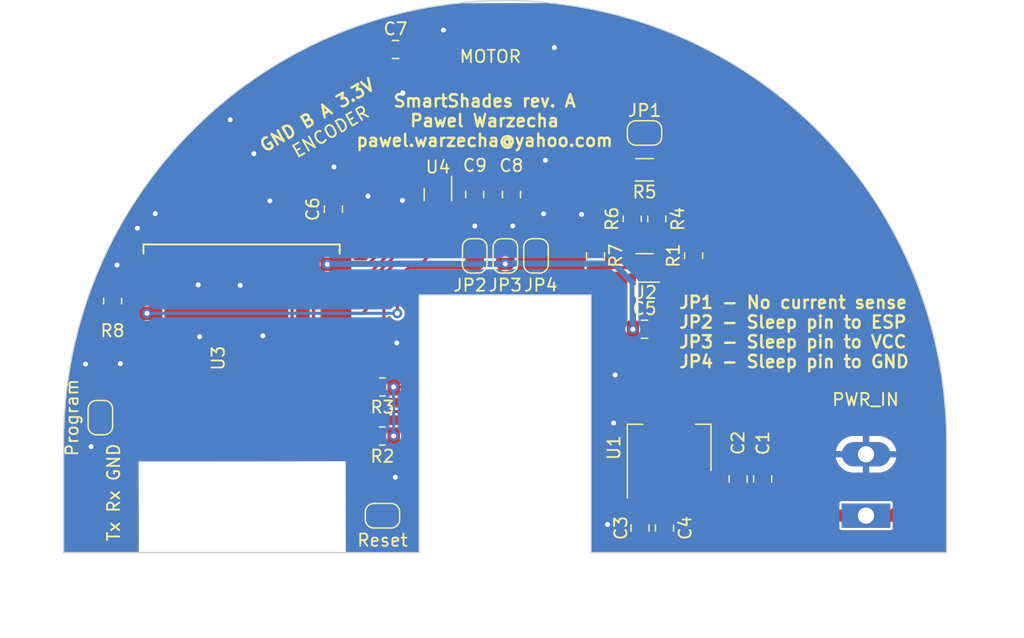
<source format=kicad_pcb>
(kicad_pcb (version 20211014) (generator pcbnew)
  (title_block (title "SmartShades") (date "2023-05-28") (rev "A") (company "Paweł Warzecha"))
  (layers (0 "F.Cu" signal) (31 "B.Cu" signal) (34 "B.Paste" user) (35 "F.Paste" user) (36 "B.SilkS" user "B.Silkscreen") (37 "F.SilkS" user "F.Silkscreen") (38 "B.Mask" user) (39 "F.Mask" user) (44 "Edge.Cuts" user))
  (net 0 "")
  (net 1 "+6V")
  (net 2 "GND")
  (net 3 "VEE")
  (net 4 "Net-(R1-Pad2)")
  (net 5 "ADC")
  (net 6 "+3V3")
  (net 7 "MODE")
  (net 8 "IN1")
  (net 9 "IN2")
  (net 10 "Net-(JP2-Pad1)")
  (net 11 "PHASE_B")
  (net 12 "PHASE_A")
  (net 13 "nSLEEP")
  (net 14 "Net-(U3-Pad1)")
  (net 15 "Net-(U3-Pad3)")
  (net 16 "Net-(R6-Pad1)")
  (net 17 "Net-(U3-Pad10)")
  (net 18 "Net-(J6-Pad1)")
  (net 19 "Net-(J6-Pad2)")
  (net 20 "Net-(U3-Pad12)")
  (net 22 "Net-(U3-Pad15)")
  (net 23 "Net-(U3-Pad16)")
  (footprint "Capacitor_SMD:C_0805_2012Metric" (layer "F.Cu") (at 170 119 -90)
    (fp_text reference "C4" (at 0 -1.68 90) (layer "F.SilkS"))
    (fp_text value "1u")
    (fp_line (start -0.261252 0.735) (end 0.261252 0.735) (layer "F.SilkS") (width 0.12))
    (fp_line (start -0.261252 -0.735) (end 0.261252 -0.735) (layer "F.SilkS") (width 0.12))
    (pad "1" smd roundrect (at -0.95 0 270) (size 1 1.45) (layers "F.Cu" "F.Paste" "F.Mask") (net 6 "+3V3"))
    (pad "2" smd roundrect (at 0.95 0 270) (size 1 1.45) (layers "F.Cu" "F.Paste" "F.Mask") (net 2 "GND"))
  )
  (footprint "Resistor_SMD:R_0805_2012Metric" (layer "F.Cu") (at 147 107.5 180)
    (fp_text reference "R3" (at 0 -1.65) (layer "F.SilkS"))
    (fp_text value "4k7")
    (fp_line (start -0.227064 0.735) (end 0.227064 0.735) (layer "F.SilkS") (width 0.12))
    (fp_line (start -0.227064 -0.735) (end 0.227064 -0.735) (layer "F.SilkS") (width 0.12))
    (pad "1" smd roundrect (at -0.9125 0 180) (size 1.025 1.4) (layers "F.Cu" "F.Paste" "F.Mask") (roundrect_rratio 0.243902) (net 6 "+3V3"))
    (pad "2" smd roundrect (at 0.9125 0 180) (size 1.025 1.4) (layers "F.Cu" "F.Paste" "F.Mask") (roundrect_rratio 0.243902) (net 15 "Net-(U3-Pad3)"))
  )
  (footprint "Capacitor_SMD:C_0805_2012Metric" (layer "F.Cu") (at 168 119 -90)
    (fp_text reference "C3" (at 0.002 1.564 90) (layer "F.SilkS"))
    (fp_text value "100n")
    (fp_line (start -0.261252 -0.735) (end 0.261252 -0.735) (layer "F.SilkS") (width 0.12))
    (fp_line (start -0.261252 0.735) (end 0.261252 0.735) (layer "F.SilkS") (width 0.12))
    (pad "1" smd roundrect (at -0.95 0 270) (size 1 1.45) (layers "F.Cu" "F.Paste" "F.Mask") (net 6 "+3V3"))
    (pad "2" smd roundrect (at 0.95 0 270) (size 1 1.45) (layers "F.Cu" "F.Paste" "F.Mask") (net 2 "GND"))
  )
  (footprint "TerminalBlock:TerminalBlock_Altech_AK300-2_P5.00mm" (layer "F.Cu") (at 186.427 117.991 90)
    (fp_text reference "J1" hide)
    (fp_text value "PWR_IN" (at 9.457 -0.037 180) (layer "F.SilkS"))
    (pad "1" thru_hole rect (at 0 0 90) (size 1.98 3.96) (drill 1.32) (layers *.Cu *.Mask) (net 1 "+6V"))
    (pad "2" thru_hole oval (at 5 0 90) (size 1.98 3.96) (drill 1.32) (layers *.Cu *.Mask) (net 2 "GND"))
  )
  (footprint "Jumper:SolderJumper-2_P1.3mm_Open_RoundedPad1.0x1.5mm" (layer "F.Cu") (at 124 110 90)
    (fp_text reference "J4" hide)
    (fp_text value "Program" (at 0 -2.306 90) (layer "F.SilkS"))
    (fp_line (start -1.4 0.3) (end -1.4 -0.3) (layer "F.SilkS") (width 0.12))
    (fp_line (start -0.7 -1) (end 0.7 -1) (layer "F.SilkS") (width 0.12))
    (fp_line (start 1.4 -0.3) (end 1.4 0.3) (layer "F.SilkS") (width 0.12))
    (fp_line (start 0.7 1) (end -0.7 1) (layer "F.SilkS") (width 0.12))
    (fp_arc (start -1.4 -0.3) (mid -1.194975 -0.794975) (end -0.7 -1) (layer "F.SilkS") (width 0.12))
    (fp_arc (start 0.7 -1) (mid 1.194975 -0.794975) (end 1.4 -0.3) (layer "F.SilkS") (width 0.12))
    (fp_arc (start 1.4 0.3) (mid 1.194975 0.794975) (end 0.7 1) (layer "F.SilkS") (width 0.12))
    (fp_arc (start -0.7 1) (mid -1.194975 0.794975) (end -1.4 0.3) (layer "F.SilkS") (width 0.12))
    (pad "1" smd custom (at -0.65 0 90) (size 1 0.5) (layers "F.Cu" "F.Mask") (net 2 "GND") (options (clearance outline) (anchor rect)) (primitives (gr_circle (center 0 0.25) (end 0.5 0.25) (width 0) (fill yes)) (gr_circle (center 0 -0.25) (end 0.5 -0.25) (width 0) (fill yes)) (gr_poly (pts (xy 0.5 0.75) (xy 0 0.75) (xy 0 -0.75) (xy 0.5 -0.75)) (width 0) (fill yes))))
    (pad "2" smd custom (at 0.65 0 90) (size 1 0.5) (layers "F.Cu" "F.Mask") (net 20 "Net-(U3-Pad12)") (options (clearance outline) (anchor rect)) (primitives (gr_circle (center 0 0.25) (end 0.5 0.25) (width 0) (fill yes)) (gr_circle (center 0 -0.25) (end 0.5 -0.25) (width 0) (fill yes)) (gr_poly (pts (xy 0 0.75) (xy -0.5 0.75) (xy -0.5 -0.75) (xy 0 -0.75)) (width 0) (fill yes))))
  )
  (footprint "Capacitor_SMD:C_0805_2012Metric" (layer "F.Cu") (at 157.521 91.812 -90)
    (fp_text reference "C8" (at -2.358 0.01) (layer "F.SilkS"))
    (fp_text value "1u")
    (fp_line (start -0.261252 0.735) (end 0.261252 0.735) (layer "F.SilkS") (width 0.12))
    (fp_line (start -0.261252 -0.735) (end 0.261252 -0.735) (layer "F.SilkS") (width 0.12))
    (pad "1" smd roundrect (at -0.95 0 270) (size 1 1.45) (layers "F.Cu" "F.Paste" "F.Mask") (net 3 "VEE"))
    (pad "2" smd roundrect (at 0.95 0 270) (size 1 1.45) (layers "F.Cu" "F.Paste" "F.Mask") (net 2 "GND"))
  )
  (footprint "Capacitor_SMD:C_0805_2012Metric" (layer "F.Cu") (at 168.369 102.791)
    (fp_text reference "C5" (at 0 -1.68) (layer "F.SilkS"))
    (fp_text value "100n")
    (fp_line (start -0.261252 -0.735) (end 0.261252 -0.735) (layer "F.SilkS") (width 0.12))
    (fp_line (start -0.261252 0.735) (end 0.261252 0.735) (layer "F.SilkS") (width 0.12))
    (pad "1" smd roundrect (at -0.95 0) (size 1 1.45) (layers "F.Cu" "F.Paste" "F.Mask") (net 6 "+3V3"))
    (pad "2" smd roundrect (at 0.95 0) (size 1 1.45) (layers "F.Cu" "F.Paste" "F.Mask") (net 2 "GND"))
  )
  (footprint "Jumper:SolderJumper-2_P1.3mm_Open_RoundedPad1.0x1.5mm" (layer "F.Cu") (at 159.521 96.812 -90)
    (fp_text reference "JP4" (at 2.388 -0.391) (layer "F.SilkS"))
    (fp_text value "Jumper_NO_Small")
    (fp_line (start 1.4 -0.3) (end 1.4 0.3) (layer "F.SilkS") (width 0.12))
    (fp_line (start 0.7 1) (end -0.7 1) (layer "F.SilkS") (width 0.12))
    (fp_line (start -1.4 0.3) (end -1.4 -0.3) (layer "F.SilkS") (width 0.12))
    (fp_line (start -0.7 -1) (end 0.7 -1) (layer "F.SilkS") (width 0.12))
    (fp_arc (start -1.4 -0.3) (mid -1.194975 -0.794975) (end -0.7 -1) (layer "F.SilkS") (width 0.12))
    (fp_arc (start 0.7 -1) (mid 1.194975 -0.794975) (end 1.4 -0.3) (layer "F.SilkS") (width 0.12))
    (fp_arc (start -0.7 1) (mid -1.194975 0.794975) (end -1.4 0.3) (layer "F.SilkS") (width 0.12))
    (fp_arc (start 1.4 0.3) (mid 1.194975 0.794975) (end 0.7 1) (layer "F.SilkS") (width 0.12))
    (pad "1" smd custom (at -0.65 0 270) (size 1 0.5) (layers "F.Cu" "F.Mask") (net 13 "nSLEEP") (options (clearance outline) (anchor rect)) (primitives (gr_circle (center 0 0.25) (end 0.5 0.25) (width 0) (fill yes)) (gr_circle (center 0 -0.25) (end 0.5 -0.25) (width 0) (fill yes)) (gr_poly (pts (xy 0.5 0.75) (xy 0 0.75) (xy 0 -0.75) (xy 0.5 -0.75)) (width 0) (fill yes))))
    (pad "2" smd custom (at 0.65 0 270) (size 1 0.5) (layers "F.Cu" "F.Mask") (net 2 "GND") (options (clearance outline) (anchor rect)) (primitives (gr_circle (center 0 0.25) (end 0.5 0.25) (width 0) (fill yes)) (gr_circle (center 0 -0.25) (end 0.5 -0.25) (width 0) (fill yes)) (gr_poly (pts (xy 0 0.75) (xy -0.5 0.75) (xy -0.5 -0.75) (xy 0 -0.75)) (width 0) (fill yes))))
  )
  (footprint "Connector_Harwin:Harwin_M20-89004xx_1x04_P2.54mm_Horizontal" (layer "F.Cu") (at 142.913 87.873 -60)
    (fp_text reference "J5" hide)
    (fp_text value "ENCODER" (at -1.097204 -0.477587 30) (layer "F.SilkS"))
    (pad "1" smd rect (at -5.525 -3.81 300) (size 2.5 1) (layers "F.Cu" "F.Paste" "F.Mask") (net 6 "+3V3"))
    (pad "2" smd rect (at -5.525 -1.27 300) (size 2.5 1) (layers "F.Cu" "F.Paste" "F.Mask") (net 12 "PHASE_A"))
    (pad "3" smd rect (at -5.525 1.27 300) (size 2.5 1) (layers "F.Cu" "F.Paste" "F.Mask") (net 11 "PHASE_B"))
    (pad "4" smd rect (at -5.525 3.81 300) (size 2.5 1) (layers "F.Cu" "F.Paste" "F.Mask") (net 2 "GND"))
  )
  (footprint "Connector_Harwin:Harwin_M20-89003xx_1x03_P2.54mm_Horizontal" (layer "F.Cu") (at 117.089 116.597 180)
    (fp_text reference "J2" hide)
    (fp_text value "Tx Rx GND" (at -8 0.5 90) (layer "F.SilkS"))
    (pad "1" smd rect (at -5.525 -2.54 180) (size 2.5 1) (layers "F.Cu" "F.Paste" "F.Mask") (net 23 "Net-(U3-Pad16)"))
    (pad "2" smd rect (at -5.525 0 180) (size 2.5 1) (layers "F.Cu" "F.Paste" "F.Mask") (net 22 "Net-(U3-Pad15)"))
    (pad "3" smd rect (at -5.525 2.54 180) (size 2.5 1) (layers "F.Cu" "F.Paste" "F.Mask") (net 2 "GND"))
  )
  (footprint "Jumper:SolderJumper-2_P1.3mm_Open_RoundedPad1.0x1.5mm" (layer "F.Cu") (at 147 118 180)
    (fp_text reference "J3" hide)
    (fp_text value "Reset" (at 0 -2 180) (layer "F.SilkS"))
    (fp_line (start -1.4 0.3) (end -1.4 -0.3) (layer "F.SilkS") (width 0.12))
    (fp_line (start 1.4 -0.3) (end 1.4 0.3) (layer "F.SilkS") (width 0.12))
    (fp_line (start 0.7 1) (end -0.7 1) (layer "F.SilkS") (width 0.12))
    (fp_line (start -0.7 -1) (end 0.7 -1) (layer "F.SilkS") (width 0.12))
    (fp_arc (start 0.7 -1) (mid 1.194975 -0.794975) (end 1.4 -0.3) (layer "F.SilkS") (width 0.12))
    (fp_arc (start -1.4 -0.3) (mid -1.194975 -0.794975) (end -0.7 -1) (layer "F.SilkS") (width 0.12))
    (fp_arc (start 1.4 0.3) (mid 1.194975 0.794975) (end 0.7 1) (layer "F.SilkS") (width 0.12))
    (fp_arc (start -0.7 1) (mid -1.194975 0.794975) (end -1.4 0.3) (layer "F.SilkS") (width 0.12))
    (pad "1" smd custom (at -0.65 0 180) (size 1 0.5) (layers "F.Cu" "F.Mask") (net 2 "GND") (options (clearance outline) (anchor rect)) (primitives (gr_circle (center 0 0.25) (end 0.5 0.25) (width 0) (fill yes)) (gr_circle (center 0 -0.25) (end 0.5 -0.25) (width 0) (fill yes)) (gr_poly (pts (xy 0.5 0.75) (xy 0 0.75) (xy 0 -0.75) (xy 0.5 -0.75)) (width 0) (fill yes))))
    (pad "2" smd custom (at 0.65 0 180) (size 1 0.5) (layers "F.Cu" "F.Mask") (net 14 "Net-(U3-Pad1)") (options (clearance outline) (anchor rect)) (primitives (gr_circle (center 0 0.25) (end 0.5 0.25) (width 0) (fill yes)) (gr_circle (center 0 -0.25) (end 0.5 -0.25) (width 0) (fill yes)) (gr_poly (pts (xy 0 0.75) (xy -0.5 0.75) (xy -0.5 -0.75) (xy 0 -0.75)) (width 0) (fill yes))))
  )
  (footprint "Resistor_SMD:R_0805_2012Metric" (layer "F.Cu") (at 172.369 96.791 90)
    (fp_text reference "R1" (at 0 -1.65 90) (layer "F.SilkS"))
    (fp_text value "100")
    (fp_line (start -0.227064 -0.735) (end 0.227064 -0.735) (layer "F.SilkS") (width 0.12))
    (fp_line (start -0.227064 0.735) (end 0.227064 0.735) (layer "F.SilkS") (width 0.12))
    (pad "1" smd roundrect (at -0.9125 0 90) (size 1.025 1.4) (layers "F.Cu" "F.Paste" "F.Mask") (roundrect_rratio 0.243902) (net 2 "GND"))
    (pad "2" smd roundrect (at 0.9125 0 90) (size 1.025 1.4) (layers "F.Cu" "F.Paste" "F.Mask") (roundrect_rratio 0.243902) (net 4 "Net-(R1-Pad2)"))
  )
  (footprint "Resistor_SMD:R_1206_3216Metric" (layer "F.Cu") (at 168.369 89.791 180)
    (fp_text reference "R5" (at 0 -1.82) (layer "F.SilkS"))
    (fp_text value "0R5 1% 1W")
    (fp_line (start -0.727064 0.91) (end 0.727064 0.91) (layer "F.SilkS") (width 0.12))
    (fp_line (start -0.727064 -0.91) (end 0.727064 -0.91) (layer "F.SilkS") (width 0.12))
    (pad "1" smd roundrect (at -1.4625 0 180) (size 1.125 1.75) (layers "F.Cu" "F.Paste" "F.Mask") (roundrect_rratio 0.222222) (net 1 "+6V"))
    (pad "2" smd roundrect (at 1.4625 0 180) (size 1.125 1.75) (layers "F.Cu" "F.Paste" "F.Mask") (roundrect_rratio 0.222222) (net 3 "VEE"))
  )
  (footprint "Resistor_SMD:R_0805_2012Metric" (layer "F.Cu") (at 147 111.5 180)
    (fp_text reference "R2" (at 0 -1.65) (layer "F.SilkS"))
    (fp_text value "4k7")
    (fp_line (start -0.227064 -0.735) (end 0.227064 -0.735) (layer "F.SilkS") (width 0.12))
    (fp_line (start -0.227064 0.735) (end 0.227064 0.735) (layer "F.SilkS") (width 0.12))
    (pad "1" smd roundrect (at -0.9125 0 180) (size 1.025 1.4) (layers "F.Cu" "F.Paste" "F.Mask") (roundrect_rratio 0.243902) (net 6 "+3V3"))
    (pad "2" smd roundrect (at 0.9125 0 180) (size 1.025 1.4) (layers "F.Cu" "F.Paste" "F.Mask") (roundrect_rratio 0.243902) (net 14 "Net-(U3-Pad1)"))
  )
  (footprint "Capacitor_SMD:C_0805_2012Metric" (layer "F.Cu") (at 178 115 90)
    (fp_text reference "C1" (at 2.915 0.019 90) (layer "F.SilkS"))
    (fp_text value "1u")
    (fp_line (start -0.261252 -0.735) (end 0.261252 -0.735) (layer "F.SilkS") (width 0.12))
    (fp_line (start -0.261252 0.735) (end 0.261252 0.735) (layer "F.SilkS") (width 0.12))
    (pad "1" smd roundrect (at -0.95 0 90) (size 1 1.45) (layers "F.Cu" "F.Paste" "F.Mask") (net 1 "+6V"))
    (pad "2" smd roundrect (at 0.95 0 90) (size 1 1.45) (layers "F.Cu" "F.Paste" "F.Mask") (net 2 "GND"))
  )
  (footprint "Capacitor_SMD:C_0805_2012Metric" (layer "F.Cu") (at 154.521 91.812 90)
    (fp_text reference "C9" (at 2.38 0.016) (layer "F.SilkS"))
    (fp_text value "100n")
    (fp_line (start -0.261252 -0.735) (end 0.261252 -0.735) (layer "F.SilkS") (width 0.12))
    (fp_line (start -0.261252 0.735) (end 0.261252 0.735) (layer "F.SilkS") (width 0.12))
    (pad "1" smd roundrect (at -0.95 0 90) (size 1 1.45) (layers "F.Cu" "F.Paste" "F.Mask") (net 2 "GND"))
    (pad "2" smd roundrect (at 0.95 0 90) (size 1 1.45) (layers "F.Cu" "F.Paste" "F.Mask") (net 3 "VEE"))
  )
  (footprint "Capacitor_SMD:C_0805_2012Metric" (layer "F.Cu") (at 143 93 90)
    (fp_text reference "C6" (at 0 -1.68 90) (layer "F.SilkS"))
    (fp_text value "100n")
    (fp_line (start -0.261252 -0.735) (end 0.261252 -0.735) (layer "F.SilkS") (width 0.12))
    (fp_line (start -0.261252 0.735) (end 0.261252 0.735) (layer "F.SilkS") (width 0.12))
    (pad "1" smd roundrect (at -0.95 0 90) (size 1 1.45) (layers "F.Cu" "F.Paste" "F.Mask") (net 6 "+3V3"))
    (pad "2" smd roundrect (at 0.95 0 90) (size 1 1.45) (layers "F.Cu" "F.Paste" "F.Mask") (net 2 "GND"))
  )
  (footprint "Resistor_SMD:R_0805_2012Metric" (layer "F.Cu") (at 164.369 96.791 -90)
    (fp_text reference "R7" (at 0 -1.65 90) (layer "F.SilkS"))
    (fp_text value "100")
    (fp_line (start -0.227064 -0.735) (end 0.227064 -0.735) (layer "F.SilkS") (width 0.12))
    (fp_line (start -0.227064 0.735) (end 0.227064 0.735) (layer "F.SilkS") (width 0.12))
    (pad "1" smd roundrect (at -0.9125 0 270) (size 1.025 1.4) (layers "F.Cu" "F.Paste" "F.Mask") (roundrect_rratio 0.243902) (net 16 "Net-(R6-Pad1)"))
    (pad "2" smd roundrect (at 0.9125 0 270) (size 1.025 1.4) (layers "F.Cu" "F.Paste" "F.Mask") (roundrect_rratio 0.243902) (net 5 "ADC"))
  )
  (footprint "Resistor_SMD:R_0805_2012Metric" (layer "F.Cu") (at 125 100.5 -90)
    (fp_text reference "R8" (at 2.416 0.009) (layer "F.SilkS"))
    (fp_text value "4k7")
    (fp_line (start -0.227064 0.735) (end 0.227064 0.735) (layer "F.SilkS") (width 0.12))
    (fp_line (start -0.227064 -0.735) (end 0.227064 -0.735) (layer "F.SilkS") (width 0.12))
    (pad "1" smd roundrect (at -0.9125 0 270) (size 1.025 1.4) (layers "F.Cu" "F.Paste" "F.Mask") (roundrect_rratio 0.243902) (net 17 "Net-(U3-Pad10)"))
    (pad "2" smd roundrect (at 0.9125 0 270) (size 1.025 1.4) (layers "F.Cu" "F.Paste" "F.Mask") (roundrect_rratio 0.243902) (net 2 "GND"))
  )
  (footprint "Package_TO_SOT_SMD:SOT-223-3_TabPin2" (layer "F.Cu") (at 170.375 112.451 90)
    (fp_text reference "U1" (at 0 -4.5 90) (layer "F.SilkS"))
    (fp_text value "LM1117-3.3")
    (fp_line (start -1.85 3.41) (end 1.91 3.41) (layer "F.SilkS") (width 0.12))
    (fp_line (start 1.91 -3.41) (end 1.91 -2.15) (layer "F.SilkS") (width 0.12))
    (fp_line (start 1.91 3.41) (end 1.91 2.15) (layer "F.SilkS") (width 0.12))
    (fp_line (start -4.1 -3.41) (end 1.91 -3.41) (layer "F.SilkS") (width 0.12))
    (pad "1" smd rect (at -3.15 -2.3 90) (size 2 1.5) (layers "F.Cu" "F.Paste" "F.Mask") (net 2 "GND"))
    (pad "2" smd rect (at -3.15 0 90) (size 2 1.5) (layers "F.Cu" "F.Paste" "F.Mask") (net 6 "+3V3"))
    (pad "2" smd rect (at 3.15 0 90) (size 2 3.8) (layers "F.Cu" "F.Paste" "F.Mask") (net 6 "+3V3"))
    (pad "3" smd rect (at -3.15 2.3 90) (size 2 1.5) (layers "F.Cu" "F.Paste" "F.Mask") (net 1 "+6V"))
  )
  (footprint "Resistor_SMD:R_0805_2012Metric" (layer "F.Cu") (at 167.369 93.791 90)
    (fp_text reference "R6" (at 0 -1.65 90) (layer "F.SilkS"))
    (fp_text value "100")
    (fp_line (start -0.227064 -0.735) (end 0.227064 -0.735) (layer "F.SilkS") (width 0.12))
    (fp_line (start -0.227064 0.735) (end 0.227064 0.735) (layer "F.SilkS") (width 0.12))
    (pad "1" smd roundrect (at -0.9125 0 90) (size 1.025 1.4) (layers "F.Cu" "F.Paste" "F.Mask") (roundrect_rratio 0.243902) (net 16 "Net-(R6-Pad1)"))
    (pad "2" smd roundrect (at 0.9125 0 90) (size 1.025 1.4) (layers "F.Cu" "F.Paste" "F.Mask") (roundrect_rratio 0.243902) (net 3 "VEE"))
  )
  (footprint "Jumper:SolderJumper-2_P1.3mm_Open_RoundedPad1.0x1.5mm" (layer "F.Cu") (at 154.521 96.812 90)
    (fp_text reference "JP2" (at -2.388 -0.387) (layer "F.SilkS"))
    (fp_text value "Jumper_NO_Small")
    (fp_line (start -1.4 0.3) (end -1.4 -0.3) (layer "F.SilkS") (width 0.12))
    (fp_line (start 1.4 -0.3) (end 1.4 0.3) (layer "F.SilkS") (width 0.12))
    (fp_line (start -0.7 -1) (end 0.7 -1) (layer "F.SilkS") (width 0.12))
    (fp_line (start 0.7 1) (end -0.7 1) (layer "F.SilkS") (width 0.12))
    (fp_arc (start -0.7 1) (mid -1.194975 0.794975) (end -1.4 0.3) (layer "F.SilkS") (width 0.12))
    (fp_arc (start -1.4 -0.3) (mid -1.194975 -0.794975) (end -0.7 -1) (layer "F.SilkS") (width 0.12))
    (fp_arc (start 1.4 0.3) (mid 1.194975 0.794975) (end 0.7 1) (layer "F.SilkS") (width 0.12))
    (fp_arc (start 0.7 -1) (mid 1.194975 -0.794975) (end 1.4 -0.3) (layer "F.SilkS") (width 0.12))
    (pad "1" smd custom (at -0.65 0 90) (size 1 0.5) (layers "F.Cu" "F.Mask") (net 10 "Net-(JP2-Pad1)") (options (clearance outline) (anchor rect)) (primitives (gr_circle (center 0 0.25) (end 0.5 0.25) (width 0) (fill yes)) (gr_circle (center 0 -0.25) (end 0.5 -0.25) (width 0) (fill yes)) (gr_poly (pts (xy 0.5 0.75) (xy 0 0.75) (xy 0 -0.75) (xy 0.5 -0.75)) (width 0) (fill yes))))
    (pad "2" smd custom (at 0.65 0 90) (size 1 0.5) (layers "F.Cu" "F.Mask") (net 13 "nSLEEP") (options (clearance outline) (anchor rect)) (primitives (gr_circle (center 0 0.25) (end 0.5 0.25) (width 0) (fill yes)) (gr_circle (center 0 -0.25) (end 0.5 -0.25) (width 0) (fill yes)) (gr_poly (pts (xy 0 0.75) (xy -0.5 0.75) (xy -0.5 -0.75) (xy 0 -0.75)) (width 0) (fill yes))))
  )
  (footprint "Package_SON:WSON-8-1EP_2x2mm_P0.5mm_EP0.9x1.6mm" (layer "F.Cu") (at 151.521 91.812 -90)
    (fp_text reference "U4" (at -2.247 -0.005 180) (layer "F.SilkS"))
    (fp_text value "DRV8220DSG")
    (fp_line (start -1.5 -1.12) (end 0.5 -1.12) (layer "F.SilkS") (width 0.12))
    (fp_line (start 0.5 1.12) (end -0.5 1.12) (layer "F.SilkS") (width 0.12))
    (pad "1" smd rect (at -0.95 -0.75 270) (size 0.5 0.25) (layers "F.Cu" "F.Paste" "F.Mask") (net 3 "VEE"))
    (pad "2" smd rect (at -0.95 -0.25 270) (size 0.5 0.25) (layers "F.Cu" "F.Paste" "F.Mask") (net 18 "Net-(J6-Pad1)"))
    (pad "3" smd rect (at -0.95 0.25 270) (size 0.5 0.25) (layers "F.Cu" "F.Paste" "F.Mask") (net 19 "Net-(J6-Pad2)"))
    (pad "4" smd rect (at -0.95 0.75 270) (size 0.5 0.25) (layers "F.Cu" "F.Paste" "F.Mask") (net 2 "GND"))
    (pad "5" smd rect (at 0.95 0.75 270) (size 0.5 0.25) (layers "F.Cu" "F.Paste" "F.Mask") (net 9 "IN2"))
    (pad "6" smd rect (at 0.95 0.25 270) (size 0.5 0.25) (layers "F.Cu" "F.Paste" "F.Mask") (net 8 "IN1"))
    (pad "7" smd rect (at 0.95 -0.25 270) (size 0.5 0.25) (layers "F.Cu" "F.Paste" "F.Mask") (net 7 "MODE"))
    (pad "8" smd rect (at 0.95 -0.75 270) (size 0.5 0.25) (layers "F.Cu" "F.Paste" "F.Mask") (net 13 "nSLEEP"))
    (pad "9" smd rect (at 0 0 270) (size 0.9 1.6) (layers "F.Cu" "F.Mask") (net 2 "GND"))
  )
  (footprint "Package_TO_SOT_SMD:SOT-353_SC-70-5" (layer "F.Cu") (at 168.369 97.791 180)
    (fp_text reference "U2" (at 0 -2) (layer "F.SilkS"))
    (fp_text value "MCP6401T-xLT")
    (fp_line (start 0.7 -1.16) (end -1.2 -1.16) (layer "F.SilkS") (width 0.12))
    (fp_line (start -0.7 1.16) (end 0.7 1.16) (layer "F.SilkS") (width 0.12))
    (pad "1" smd rect (at -0.95 -0.65 180) (size 0.65 0.4) (layers "F.Cu" "F.Paste" "F.Mask") (net 5 "ADC"))
    (pad "2" smd rect (at -0.95 0 180) (size 0.65 0.4) (layers "F.Cu" "F.Paste" "F.Mask") (net 2 "GND"))
    (pad "3" smd rect (at -0.95 0.65 180) (size 0.65 0.4) (layers "F.Cu" "F.Paste" "F.Mask") (net 4 "Net-(R1-Pad2)"))
    (pad "4" smd rect (at 0.95 0.65 180) (size 0.65 0.4) (layers "F.Cu" "F.Paste" "F.Mask") (net 16 "Net-(R6-Pad1)"))
    (pad "5" smd rect (at 0.95 -0.65 180) (size 0.65 0.4) (layers "F.Cu" "F.Paste" "F.Mask") (net 6 "+3V3"))
  )
  (footprint "Jumper:SolderJumper-2_P1.3mm_Open_RoundedPad1.0x1.5mm" (layer "F.Cu") (at 168.369 86.791 180)
    (fp_text reference "JP1" (at -0.006 1.831) (layer "F.SilkS"))
    (fp_text value "Jumper_NO_Small")
    (fp_line (start 0.7 1) (end -0.7 1) (layer "F.SilkS") (width 0.12))
    (fp_line (start -0.7 -1) (end 0.7 -1) (layer "F.SilkS") (width 0.12))
    (fp_line (start 1.4 -0.3) (end 1.4 0.3) (layer "F.SilkS") (width 0.12))
    (fp_line (start -1.4 0.3) (end -1.4 -0.3) (layer "F.SilkS") (width 0.12))
    (fp_arc (start -1.4 -0.3) (mid -1.194975 -0.794975) (end -0.7 -1) (layer "F.SilkS") (width 0.12))
    (fp_arc (start 1.4 0.3) (mid 1.194975 0.794975) (end 0.7 1) (layer "F.SilkS") (width 0.12))
    (fp_arc (start -0.7 1) (mid -1.194975 0.794975) (end -1.4 0.3) (layer "F.SilkS") (width 0.12))
    (fp_arc (start 0.7 -1) (mid 1.194975 -0.794975) (end 1.4 -0.3) (layer "F.SilkS") (width 0.12))
    (pad "1" smd custom (at -0.65 0 180) (size 1 0.5) (layers "F.Cu" "F.Mask") (net 1 "+6V") (options (clearance outline) (anchor rect)) (primitives (gr_circle (center 0 0.25) (end 0.5 0.25) (width 0) (fill yes)) (gr_circle (center 0 -0.25) (end 0.5 -0.25) (width 0) (fill yes)) (gr_poly (pts (xy 0.5 0.75) (xy 0 0.75) (xy 0 -0.75) (xy 0.5 -0.75)) (width 0) (fill yes))))
    (pad "2" smd custom (at 0.65 0 180) (size 1 0.5) (layers "F.Cu" "F.Mask") (net 3 "VEE") (options (clearance outline) (anchor rect)) (primitives (gr_circle (center 0 0.25) (end 0.5 0.25) (width 0) (fill yes)) (gr_circle (center 0 -0.25) (end 0.5 -0.25) (width 0) (fill yes)) (gr_poly (pts (xy 0 0.75) (xy -0.5 0.75) (xy -0.5 -0.75) (xy 0 -0.75)) (width 0) (fill yes))))
  )
  (footprint "Capacitor_SMD:C_0805_2012Metric" (layer "F.Cu") (at 148.065 79.986)
    (fp_text reference "C7" (at 0 -1.68) (layer "F.SilkS"))
    (fp_text value "100n")
    (fp_line (start -0.261252 -0.735) (end 0.261252 -0.735) (layer "F.SilkS") (width 0.12))
    (fp_line (start -0.261252 0.735) (end 0.261252 0.735) (layer "F.SilkS") (width 0.12))
    (pad "1" smd roundrect (at -0.95 0) (size 1 1.45) (layers "F.Cu" "F.Paste" "F.Mask") (net 6 "+3V3"))
    (pad "2" smd roundrect (at 0.95 0) (size 1 1.45) (layers "F.Cu" "F.Paste" "F.Mask") (net 2 "GND"))
  )
  (footprint "Jumper:SolderJumper-2_P1.3mm_Open_RoundedPad1.0x1.5mm" (layer "F.Cu") (at 157.021 96.812 90)
    (fp_text reference "JP3" (at -2.388 -0.001) (layer "F.SilkS"))
    (fp_text value "Jumper_NO_Small")
    (fp_line (start 0.7 1) (end -0.7 1) (layer "F.SilkS") (width 0.12))
    (fp_line (start -1.4 0.3) (end -1.4 -0.3) (layer "F.SilkS") (width 0.12))
    (fp_line (start 1.4 -0.3) (end 1.4 0.3) (layer "F.SilkS") (width 0.12))
    (fp_line (start -0.7 -1) (end 0.7 -1) (layer "F.SilkS") (width 0.12))
    (fp_arc (start 0.7 -1) (mid 1.194975 -0.794975) (end 1.4 -0.3) (layer "F.SilkS") (width 0.12))
    (fp_arc (start -0.7 1) (mid -1.194975 0.794975) (end -1.4 0.3) (layer "F.SilkS") (width 0.12))
    (fp_arc (start 1.4 0.3) (mid 1.194975 0.794975) (end 0.7 1) (layer "F.SilkS") (width 0.12))
    (fp_arc (start -1.4 -0.3) (mid -1.194975 -0.794975) (end -0.7 -1) (layer "F.SilkS") (width 0.12))
    (pad "1" smd custom (at -0.65 0 90) (size 1 0.5) (layers "F.Cu" "F.Mask") (net 6 "+3V3") (options (clearance outline) (anchor rect)) (primitives (gr_circle (center 0 0.25) (end 0.5 0.25) (width 0) (fill yes)) (gr_circle (center 0 -0.25) (end 0.5 -0.25) (width 0) (fill yes)) (gr_poly (pts (xy 0.5 0.75) (xy 0 0.75) (xy 0 -0.75) (xy 0.5 -0.75)) (width 0) (fill yes))))
    (pad "2" smd custom (at 0.65 0 90) (size 1 0.5) (layers "F.Cu" "F.Mask") (net 13 "nSLEEP") (options (clearance outline) (anchor rect)) (primitives (gr_circle (center 0 0.25) (end 0.5 0.25) (width 0) (fill yes)) (gr_circle (center 0 -0.25) (end 0.5 -0.25) (width 0) (fill yes)) (gr_poly (pts (xy 0 0.75) (xy -0.5 0.75) (xy -0.5 -0.75) (xy 0 -0.75)) (width 0) (fill yes))))
  )
  (footprint "ESP8266:ESP-12E_SMD" (layer "F.Cu") (at 142.5 111.5 180)
    (fp_text reference "U3" (at 8.89 6.35 90) (layer "F.SilkS"))
    (fp_text value "ESP-12F" hide)
    (fp_line (start -1.016 14.859) (end -1.016 15.621) (layer "F.SilkS") (width 0.1524))
    (fp_line (start -1.016 15.621) (end 14.986 15.621) (layer "F.SilkS") (width 0.1524))
    (fp_line (start 14.986 15.621) (end 14.986 14.859) (layer "F.SilkS") (width 0.1524))
    (pad "1" smd rect locked (at 0 0 180) (size 2.5 1.1) (drill (offset -0.7 0)) (layers "F.Cu" "F.Paste" "F.Mask") (net 14 "Net-(U3-Pad1)"))
    (pad "2" smd rect locked (at 0 2 180) (size 2.5 1.1) (drill (offset -0.7 0)) (layers "F.Cu" "F.Paste" "F.Mask") (net 5 "ADC"))
    (pad "3" smd rect locked (at 0 4 180) (size 2.5 1.1) (drill (offset -0.7 0)) (layers "F.Cu" "F.Paste" "F.Mask") (net 15 "Net-(U3-Pad3)"))
    (pad "4" smd rect locked (at 0 6 180) (size 2.5 1.1) (drill (offset -0.7 0)) (layers "F.Cu" "F.Paste" "F.Mask"))
    (pad "5" smd rect locked (at 0 8 180) (size 2.5 1.1) (drill (offset -0.7 0)) (layers "F.Cu" "F.Paste" "F.Mask") (net 7 "MODE"))
    (pad "6" smd rect locked (at 0 10 180) (size 2.5 1.1) (drill (offset -0.7 0)) (layers "F.Cu" "F.Paste" "F.Mask") (net 8 "IN1"))
    (pad "7" smd rect locked (at 0 12 180) (size 2.5 1.1) (drill (offset -0.7 0)) (layers "F.Cu" "F.Paste" "F.Mask") (net 9 "IN2"))
    (pad "8" smd rect locked (at 0 14 180) (size 2.5 1.1) (drill (offset -0.7 0)) (layers "F.Cu" "F.Paste" "F.Mask") (net 6 "+3V3"))
    (pad "9" smd rect locked (at 14 14 180) (size 2.5 1.1) (drill (offset 0.7 0)) (layers "F.Cu" "F.Paste" "F.Mask") (net 2 "GND"))
    (pad "10" smd rect locked (at 14 12 180) (size 2.5 1.1) (drill (offset 0.7 0)) (layers "F.Cu" "F.Paste" "F.Mask") (net 17 "Net-(U3-Pad10)"))
    (pad "11" smd rect locked (at 14 10 180) (size 2.5 1.1) (drill (offset 0.7 0)) (layers "F.Cu" "F.Paste" "F.Mask") (net 10 "Net-(JP2-Pad1)"))
    (pad "12" smd rect locked (at 14 8 180) (size 2.5 1.1) (drill (offset 0.7 0)) (layers "F.Cu" "F.Paste" "F.Mask") (net 20 "Net-(U3-Pad12)"))
    (pad "13" smd rect locked (at 14 6 180) (size 2.5 1.1) (drill (offset 0.7 0)) (layers "F.Cu" "F.Paste" "F.Mask") (net 11 "PHASE_B"))
    (pad "14" smd rect locked (at 14 4 180) (size 2.5 1.1) (drill (offset 0.7 0)) (layers "F.Cu" "F.Paste" "F.Mask") (net 12 "PHASE_A"))
    (pad "15" smd rect locked (at 14 2 180) (size 2.5 1.1) (drill (offset 0.7 0)) (layers "F.Cu" "F.Paste" "F.Mask") (net 22 "Net-(U3-Pad15)"))
    (pad "16" smd rect locked (at 14 0 180) (size 2.5 1.1) (drill (offset 0.7 0)) (layers "F.Cu" "F.Paste" "F.Mask") (net 23 "Net-(U3-Pad16)"))
    (pad "17" smd rect locked (at 1.99 15 270) (size 2.5 1.1) (drill (offset -0.7 0)) (layers "F.Cu" "F.Paste" "F.Mask"))
    (pad "18" smd rect locked (at 3.99 15 270) (size 2.5 1.1) (drill (offset -0.7 0)) (layers "F.Cu" "F.Paste" "F.Mask"))
    (pad "19" smd rect locked (at 5.99 15 270) (size 2.5 1.1) (drill (offset -0.7 0)) (layers "F.Cu" "F.Paste" "F.Mask"))
    (pad "20" smd rect locked (at 7.99 15 270) (size 2.5 1.1) (drill (offset -0.7 0)) (layers "F.Cu" "F.Paste" "F.Mask"))
    (pad "21" smd rect locked (at 9.99 15 270) (size 2.5 1.1) (drill (offset -0.7 0)) (layers "F.Cu" "F.Paste" "F.Mask"))
    (pad "22" smd rect locked (at 11.99 15 270) (size 2.5 1.1) (drill (offset -0.7 0)) (layers "F.Cu" "F.Paste" "F.Mask"))
  )
  (footprint "Resistor_SMD:R_0805_2012Metric" (layer "F.Cu") (at 169.369 93.791 90)
    (fp_text reference "R4" (at -0.008 1.723 90) (layer "F.SilkS"))
    (fp_text value "100")
    (fp_line (start -0.227064 -0.735) (end 0.227064 -0.735) (layer "F.SilkS") (width 0.12))
    (fp_line (start -0.227064 0.735) (end 0.227064 0.735) (layer "F.SilkS") (width 0.12))
    (pad "1" smd roundrect (at -0.9125 0 90) (size 1.025 1.4) (layers "F.Cu" "F.Paste" "F.Mask") (roundrect_rratio 0.243902) (net 4 "Net-(R1-Pad2)"))
    (pad "2" smd roundrect (at 0.9125 0 90) (size 1.025 1.4) (layers "F.Cu" "F.Paste" "F.Mask") (roundrect_rratio 0.243902) (net 1 "+6V"))
  )
  (footprint "Connector_Harwin:Harwin_M20-89003xx_1x03_P2.54mm_Horizontal" (layer "F.Cu") (at 154.584 83.756 -90)
    (fp_text reference "J6" hide)
    (fp_text value "MOTOR" (at -3.198 -1.215 180) (layer "F.SilkS"))
    (pad "1" smd rect (at -5.525 -2.54 270) (size 2.5 1) (layers "F.Cu" "F.Paste" "F.Mask") (net 18 "Net-(J6-Pad1)"))
    (pad "2" smd rect (at -5.525 0 270) (size 2.5 1) (layers "F.Cu" "F.Paste" "F.Mask") (net 19 "Net-(J6-Pad2)"))
  )
  (footprint "Capacitor_SMD:C_0805_2012Metric" (layer "F.Cu") (at 176 115 90)
    (fp_text reference "C2" (at 2.938 -0.009 90) (layer "F.SilkS"))
    (fp_text value "100n")
    (fp_line (start -0.261252 -0.735) (end 0.261252 -0.735) (layer "F.SilkS") (width 0.12))
    (fp_line (start -0.261252 0.735) (end 0.261252 0.735) (layer "F.SilkS") (width 0.12))
    (pad "1" smd roundrect (at -0.95 0 90) (size 1 1.45) (layers "F.Cu" "F.Paste" "F.Mask") (net 1 "+6V"))
    (pad "2" smd roundrect (at 0.95 0 90) (size 1 1.45) (layers "F.Cu" "F.Paste" "F.Mask") (net 2 "GND"))
  )
  (gr_line (start 164 121) (end 193 121) (layer "Edge.Cuts") (width 0.1))
  (gr_line (start 150 121) (end 121 121) (layer "Edge.Cuts") (width 0.1))
  (gr_line (start 121 121) (end 121 112) (layer "Edge.Cuts") (width 0.1))
  (gr_line (start 164 100) (end 164 121) (layer "Edge.Cuts") (width 0.1))
  (gr_line (start 193 121) (end 193 112) (layer "Edge.Cuts") (width 0.1))
  (gr_arc (start 121 112) (mid 157 76) (end 193 112) (layer "Edge.Cuts") (width 0.1))
  (gr_line (start 150 100) (end 164 100) (layer "Edge.Cuts") (width 0.1))
  (gr_line (start 150 100) (end 150 121) (layer "Edge.Cuts") (width 0.1))
  (gr_text "JP1 - No current sense \nJP2 - Sleep pin to ESP\nJP3 - Sleep pin to VCC\nJP4 - Sleep pin to GND" (at 171.096 103.02) (layer "F.SilkS") (effects (font (size 1 1) (thickness 0.2)) (justify left)))
  (gr_text "SmartShades rev. A\nPawel Warzecha\npawel.warzecha@yahoo.com\n" (at 155.328 85.79) (layer "F.SilkS") (effects (font (size 1 1) (thickness 0.2))))
  (gr_text "GND B A 3.3V" (at 141.675 85.351 30) (layer "F.SilkS") (effects (font (size 1 1) (thickness 0.2))))
  (segment (start 169.8315 87.6035) (end 169.019 86.791) (width 0.5) (layer "F.Cu") (net 1))
  (segment (start 169.8315 91.4175) (end 169.8315 89.791) (width 0.5) (layer "F.Cu") (net 1))
  (segment (start 186.427 117.991) (end 173.633 117.991) (width 1) (layer "F.Cu") (net 1))
  (segment (start 178 115.95) (end 176 115.95) (width 0.5) (layer "F.Cu") (net 1))
  (segment (start 189.593 117.07) (end 188.672 117.991) (width 1) (layer "F.Cu") (net 1))
  (segment (start 176 115.95) (end 173.024 115.95) (width 0.5) (layer "F.Cu") (net 1))
  (segment (start 172.675 115.601) (end 172.675 117.033) (width 1) (layer "F.Cu") (net 1))
  (segment (start 182.113 94.731) (end 182.113 98.443) (width 1) (layer "F.Cu") (net 1))
  (segment (start 169.369 91.88) (end 169.8315 91.4175) (width 0.5) (layer "F.Cu") (net 1))
  (segment (start 173.024 115.95) (end 172.675 115.601) (width 0.5) (layer "F.Cu") (net 1))
  (segment (start 189.593 105.923) (end 189.593 117.07) (width 1) (layer "F.Cu") (net 1))
  (segment (start 177.173 89.791) (end 182.113 94.731) (width 1) (layer "F.Cu") (net 1))
  (segment (start 173.633 117.991) (end 172.675 117.033) (width 1) (layer "F.Cu") (net 1))
  (segment (start 182.113 98.443) (end 189.593 105.923) (width 1) (layer "F.Cu") (net 1))
  (segment (start 169.8315 89.791) (end 169.8315 87.6035) (width 0.5) (layer "F.Cu") (net 1))
  (segment (start 169.369 92.8785) (end 169.369 91.88) (width 0.5) (layer "F.Cu") (net 1))
  (segment (start 169.8315 89.791) (end 177.173 89.791) (width 1) (layer "F.Cu") (net 1))
  (segment (start 186.427 117.991) (end 188.672 117.991) (width 1) (layer "F.Cu") (net 1))
  (segment (start 150.771 90.862) (end 150.771 89.539) (width 0.25) (layer "F.Cu") (net 2))
  (segment (start 186.427 112.991) (end 185.911 112.991) (width 0.5) (layer "F.Cu") (net 2))
  (segment (start 150.771 89.539) (end 150.318 89.086) (width 0.25) (layer "F.Cu") (net 2))
  (via (at 135.4 99.213) (size 0.8) (drill 0.4) (layers "F.Cu" "B.Cu") (net 2))
  (via (at 131.977 99.174) (size 0.8) (drill 0.4) (layers "F.Cu" "B.Cu") (net 2))
  (via (at 128.477 93.367) (size 0.8) (drill 0.4) (layers "F.Cu" "B.Cu") (net 2))
  (via (at 137.246 103.328) (size 0.8) (drill 0.4) (layers "F.Cu" "B.Cu") (net 2))
  (via (at 148.63 92.29) (size 0.8) (drill 0.4) (layers "F.Cu" "B.Cu") (net 2))
  (via (at 136.515 88.482) (size 0.8) (drill 0.4) (layers "F.Cu" "B.Cu") (net 2))
  (via (at 157.625 94.371) (size 0.8) (drill 0.4) (layers "F.Cu" "B.Cu") (net 2))
  (via (at 151.976 78.406) (size 0.8) (drill 0.4) (layers "F.Cu" "B.Cu") (net 2))
  (via (at 148.053 114.866) (size 0.8) (drill 0.4) (layers "F.Cu" "B.Cu") (net 2))
  (via (at 165.351 118.715) (size 0.8) (drill 0.4) (layers "F.Cu" "B.Cu") (net 2))
  (via (at 134.592 85.713) (size 0.8) (drill 0.4) (layers "F.Cu" "B.Cu") (net 2))
  (via (at 148.668 83.521) (size 0.8) (drill 0.4) (layers "F.Cu" "B.Cu") (net 2))
  (via (at 165.847 110.442) (size 0.8) (drill 0.4) (layers "F.Cu" "B.Cu") (net 2))
  (via (at 160.289 89.02) (size 0.8) (drill 0.4) (layers "F.Cu" "B.Cu") (net 2))
  (via (at 137.823 92.328) (size 0.8) (drill 0.4) (layers "F.Cu" "B.Cu") (net 2))
  (via (at 125.631 105.597) (size 0.8) (drill 0.4) (layers "F.Cu" "B.Cu") (net 2))
  (via (at 161.014 79.829) (size 0.8) (drill 0.4) (layers "F.Cu" "B.Cu") (net 2))
  (via (at 165.975 106.52) (size 0.8) (drill 0.4) (layers "F.Cu" "B.Cu") (net 2))
  (via (at 160.138 93.38) (size 0.8) (drill 0.4) (layers "F.Cu" "B.Cu") (net 2))
  (via (at 145.822 91.944) (size 0.8) (drill 0.4) (layers "F.Cu" "B.Cu") (net 2))
  (via (at 125.362 97.559) (size 0.8) (drill 0.4) (layers "F.Cu" "B.Cu") (net 2))
  (via (at 123.247 112.366) (size 0.8) (drill 0.4) (layers "F.Cu" "B.Cu") (net 2))
  (via (at 122.785 105.635) (size 0.8) (drill 0.4) (layers "F.Cu" "B.Cu") (net 2))
  (via (at 143.053 89.559) (size 0.8) (drill 0.4) (layers "F.Cu" "B.Cu") (net 2))
  (via (at 154.531 94.371) (size 0.8) (drill 0.4) (layers "F.Cu" "B.Cu") (net 2))
  (via (at 127.016 94.559) (size 0.8) (drill 0.4) (layers "F.Cu" "B.Cu") (net 2))
  (via (at 163.231 93.431) (size 0.8) (drill 0.4) (layers "F.Cu" "B.Cu") (net 2))
  (via (at 132.092 103.405) (size 0.8) (drill 0.4) (layers "F.Cu" "B.Cu") (net 2))
  (via (at 148.168 103.905) (size 0.8) (drill 0.4) (layers "F.Cu" "B.Cu") (net 2))
  (segment (start 161.936 90.862) (end 157.521 90.862) (width 0.5) (layer "F.Cu") (net 3))
  (segment (start 166.9065 91.4055) (end 167.369 91.868) (width 0.5) (layer "F.Cu") (net 3))
  (segment (start 166.8715 89.756) (end 163.042 89.756) (width 0.5) (layer "F.Cu") (net 3))
  (segment (start 166.9065 89.791) (end 166.9065 87.6035) (width 0.5) (layer "F.Cu") (net 3))
  (segment (start 152.271 90.862) (end 154.521 90.862) (width 0.25) (layer "F.Cu") (net 3))
  (segment (start 167.369 91.868) (end 167.369 92.8785) (width 0.5) (layer "F.Cu") (net 3))
  (segment (start 166.9065 87.6035) (end 167.719 86.791) (width 0.5) (layer "F.Cu") (net 3))
  (segment (start 166.9065 89.791) (end 166.9065 91.4055) (width 0.5) (layer "F.Cu") (net 3))
  (segment (start 166.9065 89.791) (end 166.8715 89.756) (width 0.5) (layer "F.Cu") (net 3))
  (segment (start 163.042 89.756) (end 161.936 90.862) (width 0.5) (layer "F.Cu") (net 3))
  (segment (start 157.521 90.862) (end 154.521 90.862) (width 0.5) (layer "F.Cu") (net 3))
  (segment (start 169.319 94.7535) (end 169.369 94.7035) (width 0.25) (layer "F.Cu") (net 4))
  (segment (start 172.369 95.123) (end 171.9495 94.7035) (width 0.25) (layer "F.Cu") (net 4))
  (segment (start 169.319 97.141) (end 169.319 94.7535) (width 0.25) (layer "F.Cu") (net 4))
  (segment (start 172.369 95.8785) (end 172.369 95.123) (width 0.25) (layer "F.Cu") (net 4))
  (segment (start 171.9495 94.7035) (end 169.369 94.7035) (width 0.25) (layer "F.Cu") (net 4))
  (segment (start 149.55 99.59) (end 149.944 99.196) (width 0.25) (layer "F.Cu") (net 5))
  (segment (start 167.993 97.77) (end 164.4355 97.77) (width 0.25) (layer "F.Cu") (net 5))
  (segment (start 148.614 109.5) (end 149.55 108.564) (width 0.25) (layer "F.Cu") (net 5))
  (segment (start 163.873 99.196) (end 164.369 98.7) (width 0.25) (layer "F.Cu") (net 5))
  (segment (start 149.55 108.564) (end 149.55 99.59) (width 0.25) (layer "F.Cu") (net 5))
  (segment (start 149.944 99.196) (end 163.873 99.196) (width 0.25) (layer "F.Cu") (net 5))
  (segment (start 142.5 109.5) (end 148.614 109.5) (width 0.25) (layer "F.Cu") (net 5))
  (segment (start 169.319 98.441) (end 168.664 98.441) (width 0.25) (layer "F.Cu") (net 5))
  (segment (start 168.664 98.441) (end 167.993 97.77) (width 0.25) (layer "F.Cu") (net 5))
  (segment (start 164.369 98.7) (end 164.369 97.7035) (width 0.25) (layer "F.Cu") (net 5))
  (segment (start 164.4355 97.77) (end 164.369 97.7035) (width 0.25) (layer "F.Cu") (net 5))
  (segment (start 147.115 79.986) (end 144.647267 79.986) (width 0.25) (layer "F.Cu") (net 6))
  (segment (start 167.419 102.791) (end 167.419 98.441) (width 0.5) (layer "F.Cu") (net 6))
  (segment (start 149.1 99.403604) (end 149.757604 98.746) (width 0.25) (layer "F.Cu") (net 6))
  (segment (start 170 118.05) (end 168 118.05) (width 0.5) (layer "F.Cu") (net 6))
  (segment (start 148.704 107.5) (end 149.1 107.104) (width 0.25) (layer "F.Cu") (net 6))
  (segment (start 147.115 79.986) (end 147.115 96.208) (width 0.25) (layer "F.Cu") (net 6))
  (segment (start 147.9125 107.5) (end 148.037 107.3755) (width 0.25) (layer "F.Cu") (net 6))
  (segment (start 144.647267 79.986) (end 143.450057 81.18321) (width 0.25) (layer "F.Cu") (net 6))
  (segment (start 147.9125 111.5) (end 148.132 111.5) (width 0.25) (layer "F.Cu") (net 6))
  (segment (start 147.115 96.208) (end 145.823 97.5) (width 0.25) (layer "F.Cu") (net 6))
  (segment (start 149.1 107.104) (end 149.1 99.403604) (width 0.25) (layer "F.Cu") (net 6))
  (segment (start 170.375 108.199) (end 167.419 105.243) (width 0.5) (layer "F.Cu") (net 6))
  (segment (start 147.9125 107.5) (end 148.704 107.5) (width 0.25) (layer "F.Cu") (net 6))
  (segment (start 142.5 97.5) (end 143 97) (width 0.25) (layer "F.Cu") (net 6))
  (segment (start 170.375 117.675) (end 170 118.05) (width 0.5) (layer "F.Cu") (net 6))
  (segment (start 170.375 109.301) (end 170.375 108.199) (width 0.5) (layer "F.Cu") (net 6))
  (segment (start 148.132 111.5) (end 148.133 111.499) (width 0.25) (layer "F.Cu") (net 6))
  (segment (start 145.823 97.5) (end 142.5 97.5) (width 0.25) (layer "F.Cu") (net 6))
  (segment (start 155.737 98.746) (end 152.079 98.746) (width 0.25) (layer "F.Cu") (net 6))
  (segment (start 143 97) (end 143 93.95) (width 0.25) (layer "F.Cu") (net 6))
  (segment (start 167.419 105.243) (end 167.419 102.791) (width 0.5) (layer "F.Cu") (net 6))
  (segment (start 170.375 115.601) (end 170.375 117.675) (width 0.5) (layer "F.Cu") (net 6))
  (segment (start 157.021 97.462) (end 155.737 98.746) (width 0.25) (layer "F.Cu") (net 6))
  (segment (start 149.757604 98.746) (end 152.079 98.746) (width 0.25) (layer "F.Cu") (net 6))
  (via (at 157.021 97.462) (size 0.8) (drill 0.4) (layers "F.Cu" "B.Cu") (net 6))
  (via (at 147.9125 107.5) (size 0.8) (drill 0.4) (layers "F.Cu" "B.Cu") (net 6))
  (via (at 142.5 97.5) (size 0.8) (drill 0.4) (layers "F.Cu" "B.Cu") (net 6))
  (via (at 167.419 102.791) (size 0.8) (drill 0.4) (layers "F.Cu" "B.Cu") (net 6))
  (via (at 147.9125 111.5) (size 0.8) (drill 0.4) (layers "F.Cu" "B.Cu") (net 6))
  (segment (start 157.021 97.462) (end 157.042 97.441) (width 0.5) (layer "B.Cu") (net 6))
  (segment (start 148.133 107.7205) (end 147.9125 107.5) (width 0.25) (layer "B.Cu") (net 6))
  (segment (start 167.419 99.006) (end 167.419 102.791) (width 0.5) (layer "B.Cu") (net 6))
  (segment (start 157.042 97.441) (end 165.854 97.441) (width 0.5) (layer "B.Cu") (net 6))
  (segment (start 165.854 97.441) (end 167.419 99.006) (width 0.5) (layer "B.Cu") (net 6))
  (segment (start 147.9125 107.5) (end 147.9125 111.5) (width 0.25) (layer "B.Cu") (net 6))
  (segment (start 142.538 97.462) (end 142.5 97.5) (width 0.5) (layer "B.Cu") (net 6))
  (segment (start 157.021 97.462) (end 142.538 97.462) (width 0.5) (layer "B.Cu") (net 6))
  (segment (start 151.771 92.762) (end 151.771 95.828) (width 0.25) (layer "F.Cu") (net 7))
  (segment (start 151.771 95.828) (end 150.266 97.333) (width 0.25) (layer "F.Cu") (net 7))
  (segment (start 148.119792 97.333) (end 147.115 98.337792) (width 0.25) (layer "F.Cu") (net 7))
  (segment (start 150.266 97.333) (end 148.119792 97.333) (width 0.25) (layer "F.Cu") (net 7))
  (segment (start 147.115 98.337792) (end 147.115 102.296) (width 0.25) (layer "F.Cu") (net 7))
  (segment (start 145.911 103.5) (end 142.5 103.5) (width 0.25) (layer "F.Cu") (net 7))
  (segment (start 147.115 102.296) (end 145.911 103.5) (width 0.25) (layer "F.Cu") (net 7))
  (segment (start 151.271 92.762) (end 151.271 95.682396) (width 0.25) (layer "F.Cu") (net 8))
  (segment (start 146.636 98.180396) (end 146.636 100.228) (width 0.25) (layer "F.Cu") (net 8))
  (segment (start 145.364 101.5) (end 142.5 101.5) (width 0.25) (layer "F.Cu") (net 8))
  (segment (start 151.271 95.682396) (end 150.070396 96.883) (width 0.25) (layer "F.Cu") (net 8))
  (segment (start 147.933396 96.883) (end 146.636 98.180396) (width 0.25) (layer "F.Cu") (net 8))
  (segment (start 150.070396 96.883) (end 147.933396 96.883) (width 0.25) (layer "F.Cu") (net 8))
  (segment (start 146.636 100.228) (end 145.364 101.5) (width 0.25) (layer "F.Cu") (net 8))
  (segment (start 146.175 98.005) (end 146.175 98.963) (width 0.25) (layer "F.Cu") (net 9))
  (segment (start 147.747 96.433) (end 146.175 98.005) (width 0.25) (layer "F.Cu") (net 9))
  (segment (start 145.638 99.5) (end 142.5 99.5) (width 0.25) (layer "F.Cu") (net 9))
  (segment (start 146.175 98.963) (end 145.638 99.5) (width 0.25) (layer "F.Cu") (net 9))
  (segment (start 150.771 95.546) (end 149.884 96.433) (width 0.25) (layer "F.Cu") (net 9))
  (segment (start 150.771 92.762) (end 150.771 95.546) (width 0.25) (layer "F.Cu") (net 9))
  (segment (start 149.884 96.433) (end 147.747 96.433) (width 0.25) (layer "F.Cu") (net 9))
  (segment (start 148.211 101.498) (end 148.211 98.681) (width 0.25) (layer "F.Cu") (net 10))
  (segment (start 154.521 97.462) (end 154.2 97.783) (width 0.25) (layer "F.Cu") (net 10))
  (segment (start 148.211 98.681) (end 149.109 97.783) (width 0.25) (layer "F.Cu") (net 10))
  (segment (start 127.798 101.5) (end 127.796 101.498) (width 0.25) (layer "F.Cu") (net 10))
  (segment (start 154.2 97.783) (end 149.109 97.783) (width 0.25) (layer "F.Cu") (net 10))
  (segment (start 128.5 101.5) (end 127.798 101.5) (width 0.25) (layer "F.Cu") (net 10))
  (via (at 127.796 101.498) (size 0.8) (drill 0.4) (layers "F.Cu" "B.Cu") (net 10))
  (via (at 148.211 101.498) (size 0.8) (drill 0.4) (layers "F.Cu" "B.Cu") (net 10))
  (segment (start 127.796 101.498) (end 148.211 101.498) (width 0.25) (layer "B.Cu") (net 10))
  (segment (start 139.635 102.703) (end 136.838 105.5) (width 0.25) (layer "F.Cu") (net 11))
  (segment (start 139.635 84.907) (end 139.635 102.703) (width 0.25) (layer "F.Cu") (net 11))
  (segment (start 139.74 84.802) (end 139.635 84.907) (width 0.25) (layer "F.Cu") (net 11))
  (segment (start 139.050648 84.112648) (end 139.74 84.802) (width 0.25) (layer "F.Cu") (net 11))
  (segment (start 136.838 105.5) (end 128.5 105.5) (width 0.25) (layer "F.Cu") (net 11))
  (segment (start 139.050648 83.72321) (end 139.050648 84.112648) (width 0.25) (layer "F.Cu") (net 11))
  (segment (start 138.768 107.5) (end 128.5 107.5) (width 0.25) (layer "F.Cu") (net 12))
  (segment (start 141.250352 82.45321) (end 141.385 82.587858) (width 0.25) (layer "F.Cu") (net 12))
  (segment (start 141.385 82.587858) (end 141.385 104.883) (width 0.25) (layer "F.Cu") (net 12))
  (segment (start 141.385 104.883) (end 138.768 107.5) (width 0.25) (layer "F.Cu") (net 12))
  (segment (start 152.271 95.654) (end 152.779 96.162) (width 0.25) (layer "F.Cu") (net 13))
  (segment (start 159.521 96.162) (end 157.021 96.162) (width 0.25) (layer "F.Cu") (net 13))
  (segment (start 152.271 92.762) (end 152.271 95.654) (width 0.25) (layer "F.Cu") (net 13))
  (segment (start 152.779 96.162) (end 154.521 96.162) (width 0.25) (layer "F.Cu") (net 13))
  (segment (start 154.521 96.162) (end 157.021 96.162) (width 0.25) (layer "F.Cu") (net 13))
  (segment (start 146.0875 117.7375) (end 146.35 118) (width 0.25) (layer "F.Cu") (net 14))
  (segment (start 142.5 111.5) (end 146.0875 111.5) (width 0.25) (layer "F.Cu") (net 14))
  (segment (start 146.0875 111.5) (end 146.0875 117.7375) (width 0.25) (layer "F.Cu") (net 14))
  (segment (start 146.0875 107.5) (end 142.5 107.5) (width 0.25) (layer "F.Cu") (net 15))
  (segment (start 164.8955 94.7035) (end 167.369 94.7035) (width 0.25) (layer "F.Cu") (net 16))
  (segment (start 164.369 95.8785) (end 164.369 95.23) (width 0.25) (layer "F.Cu") (net 16))
  (segment (start 164.369 95.23) (end 164.8955 94.7035) (width 0.25) (layer "F.Cu") (net 16))
  (segment (start 167.419 94.7535) (end 167.369 94.7035) (width 0.25) (layer "F.Cu") (net 16))
  (segment (start 167.419 97.141) (end 167.419 94.7535) (width 0.25) (layer "F.Cu") (net 16))
  (segment (start 125.0875 99.5) (end 125 99.5875) (width 0.25) (layer "F.Cu") (net 17))
  (segment (start 128.5 99.5) (end 125.0875 99.5) (width 0.25) (layer "F.Cu") (net 17))
  (segment (start 151.771 85.375) (end 157.124 80.022) (width 0.25) (layer "F.Cu") (net 18))
  (segment (start 151.771 90.862) (end 151.771 85.375) (width 0.25) (layer "F.Cu") (net 18))
  (segment (start 157.124 80.022) (end 157.124 78.231) (width 0.25) (layer "F.Cu") (net 18))
  (segment (start 151.271 90.862) (end 151.271 85.234) (width 0.25) (layer "F.Cu") (net 19))
  (segment (start 154.584 81.921) (end 154.584 78.231) (width 0.25) (layer "F.Cu") (net 19))
  (segment (start 151.271 85.234) (end 154.584 81.921) (width 0.25) (layer "F.Cu") (net 19))
  (segment (start 124.787 103.5) (end 128.5 103.5) (width 0.25) (layer "F.Cu") (net 20))
  (segment (start 124 109.35) (end 124 104.287) (width 0.25) (layer "F.Cu") (net 20))
  (segment (start 124 104.287) (end 124.787 103.5) (width 0.25) (layer "F.Cu") (net 20))
  (segment (start 128.512 103.488) (end 128.5 103.5) (width 0.25) (layer "F.Cu") (net 20))
  (segment (start 126.466 109.5) (end 128.5 109.5) (width 0.25) (layer "F.Cu") (net 22))
  (segment (start 125.636 115.787) (end 125.636 110.33) (width 0.25) (layer "F.Cu") (net 22))
  (segment (start 124.826 116.597) (end 125.636 115.787) (width 0.25) (layer "F.Cu") (net 22))
  (segment (start 125.636 110.33) (end 126.466 109.5) (width 0.25) (layer "F.Cu") (net 22))
  (segment (start 122.614 116.597) (end 124.826 116.597) (width 0.25) (layer "F.Cu") (net 22))
  (segment (start 125.285 119.137) (end 126.673 117.749) (width 0.25) (layer "F.Cu") (net 23))
  (segment (start 122.614 119.137) (end 125.285 119.137) (width 0.25) (layer "F.Cu") (net 23))
  (segment (start 126.673 117.749) (end 126.673 113.156) (width 0.25) (layer "F.Cu") (net 23))
  (segment (start 128.329 111.5) (end 128.5 111.5) (width 0.25) (layer "F.Cu") (net 23))
  (segment (start 126.673 113.156) (end 128.329 111.5) (width 0.25) (layer "F.Cu") (net 23))
  (zone (net 0) (net_name "") (layers F&B.Cu) (connect_pads (clearance 0)) (min_thickness 0.254)
    (keepout (tracks not_allowed) (vias not_allowed) (pads not_allowed) (copperpour not_allowed) (footprints not_allowed))
    (fill (thermal_gap 0.508) (thermal_bridge_width 0.508))
    (polygon (pts (xy 144.02 121.058) (xy 127.136 121.058) (xy 127.118 113.572) (xy 127.143 113.572) (xy 144.014 113.546)))
  )
  (zone (net 2) (net_name "GND") (layers F&B.Cu) (connect_pads (clearance 0)) (min_thickness 0.254) (fill yes (thermal_gap 0.508) (thermal_bridge_width 0.508))
    (polygon (pts (xy 190.683362 85.682808) (xy 199.316265 104.302969) (xy 195.718 123.893) (xy 161.733571 127.989115) (xy 115.818 122.7) (xy 125.572937 76.274579) (xy 163.578033 76.207301)))
  )
)
</source>
